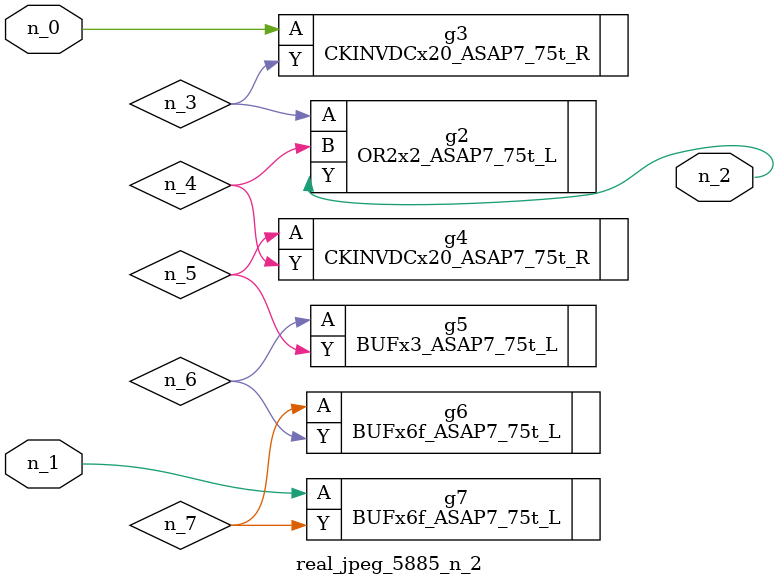
<source format=v>
module real_jpeg_5885_n_2 (n_1, n_0, n_2);

input n_1;
input n_0;

output n_2;

wire n_5;
wire n_4;
wire n_6;
wire n_7;
wire n_3;

CKINVDCx20_ASAP7_75t_R g3 ( 
.A(n_0),
.Y(n_3)
);

BUFx6f_ASAP7_75t_L g7 ( 
.A(n_1),
.Y(n_7)
);

OR2x2_ASAP7_75t_L g2 ( 
.A(n_3),
.B(n_4),
.Y(n_2)
);

CKINVDCx20_ASAP7_75t_R g4 ( 
.A(n_5),
.Y(n_4)
);

BUFx3_ASAP7_75t_L g5 ( 
.A(n_6),
.Y(n_5)
);

BUFx6f_ASAP7_75t_L g6 ( 
.A(n_7),
.Y(n_6)
);


endmodule
</source>
